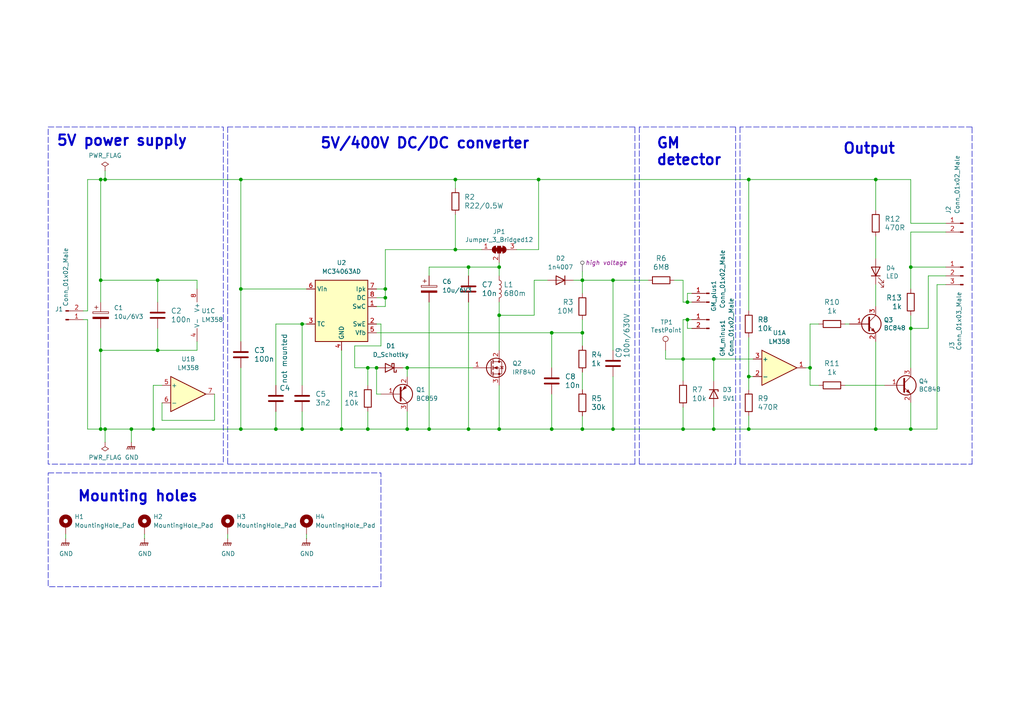
<source format=kicad_sch>
(kicad_sch (version 20231120) (generator "eeschema") (generator_version "8.0")
  (paper "A4")
  (lib_symbols
    (symbol "Amplifier_Operational:LM358" (pin_names (offset 0.127))
      (property "Reference" "U" (at 0 5.08 0))
      (property "Value" "LM358" (at 0 -5.08 0))
      (symbol "LM358_1_1"
        (polyline (pts (xy -5.08 5.08) (xy 5.08 0) (xy -5.08 -5.08) (xy -5.08 5.08)) (stroke (width 0.254)) (fill (type background)))
        (pin output line (at 7.62 0 180) (length 2.54) (name "~") (number "1"))
        (pin input line (at -7.62 -2.54 0) (length 2.54) (name "-") (number "2"))
        (pin input line (at -7.62 2.54 0) (length 2.54) (name "+") (number "3"))
      )
      (symbol "LM358_2_1"
        (polyline (pts (xy -5.08 5.08) (xy 5.08 0) (xy -5.08 -5.08) (xy -5.08 5.08)) (stroke (width 0.254)) (fill (type background)))
        (pin input line (at -7.62 2.54 0) (length 2.54) (name "+") (number "5"))
        (pin input line (at -7.62 -2.54 0) (length 2.54) (name "-") (number "6"))
        (pin output line (at 7.62 0 180) (length 2.54) (name "~") (number "7"))
      )
      (symbol "LM358_3_1"
        (pin power_in line (at -2.54 -7.62 90) (length 3.81) (name "V-") (number "4"))
        (pin power_in line (at -2.54 7.62 270) (length 3.81) (name "V+") (number "8"))
      )
    )
    (symbol "Connector:Conn_01x02_Pin" (pin_names (offset 1.016) hide)
      (property "Reference" "J" (at 0 2.54 0))
      (property "Value" "Conn_01x02_Pin" (at 0 -5.08 0))
      (symbol "Conn_01x02_Pin_1_1"
        (polyline (pts (xy 1.27 -2.54) (xy 0.8636 -2.54)) (stroke (width 0.1524)))
        (polyline (pts (xy 1.27 0) (xy 0.8636 0)) (stroke (width 0.1524)))
        (rectangle (start 0.8636 -2.413) (end 0 -2.667) (stroke (width 0.1524)) (fill (type outline)))
        (rectangle (start 0.8636 0.127) (end 0 -0.127) (stroke (width 0.1524)) (fill (type outline)))
        (pin passive line (at 5.08 0 180) (length 3.81) (name "Pin_1") (number "1"))
        (pin passive line (at 5.08 -2.54 180) (length 3.81) (name "Pin_2") (number "2"))
      )
    )
    (symbol "Connector:Conn_01x03_Pin" (pin_names (offset 1.016) hide)
      (property "Reference" "J" (at 0 5.08 0))
      (property "Value" "Conn_01x03_Pin" (at 0 -5.08 0))
      (symbol "Conn_01x03_Pin_1_1"
        (polyline (pts (xy 1.27 -2.54) (xy 0.8636 -2.54)) (stroke (width 0.1524)))
        (polyline (pts (xy 1.27 0) (xy 0.8636 0)) (stroke (width 0.1524)))
        (polyline (pts (xy 1.27 2.54) (xy 0.8636 2.54)) (stroke (width 0.1524)))
        (rectangle (start 0.8636 -2.413) (end 0 -2.667) (stroke (width 0.1524)) (fill (type outline)))
        (rectangle (start 0.8636 0.127) (end 0 -0.127) (stroke (width 0.1524)) (fill (type outline)))
        (rectangle (start 0.8636 2.667) (end 0 2.413) (stroke (width 0.1524)) (fill (type outline)))
        (pin passive line (at 5.08 2.54 180) (length 3.81) (name "Pin_1") (number "1"))
        (pin passive line (at 5.08 0 180) (length 3.81) (name "Pin_2") (number "2"))
        (pin passive line (at 5.08 -2.54 180) (length 3.81) (name "Pin_3") (number "3"))
      )
    )
    (symbol "Connector:TestPoint" (pin_numbers hide) (pin_names (offset 0.762) hide)
      (property "Reference" "TP" (at 0 6.858 0))
      (property "Value" "TestPoint" (at 0 5.08 0))
      (symbol "TestPoint_0_1"
        (circle (center 0 3.302) (radius 0.762))
      )
      (symbol "TestPoint_1_1"
        (pin passive line (at 0 0 90) (length 2.54) (name "1") (number "1"))
      )
    )
    (symbol "Device:C" (pin_numbers hide) (pin_names (offset 0.254))
      (property "Reference" "C" (at 0.635 2.54 0))
      (property "Value" "C" (at 0.635 -2.54 0))
      (symbol "C_0_1"
        (polyline (pts (xy -2.032 -0.762) (xy 2.032 -0.762)) (stroke (width 0.508)))
        (polyline (pts (xy -2.032 0.762) (xy 2.032 0.762)) (stroke (width 0.508)))
      )
      (symbol "C_1_1"
        (pin passive line (at 0 3.81 270) (length 2.794) (name "~") (number "1"))
        (pin passive line (at 0 -3.81 90) (length 2.794) (name "~") (number "2"))
      )
    )
    (symbol "Device:C_Polarized" (pin_numbers hide) (pin_names (offset 0.254))
      (property "Reference" "C" (at 0.635 2.54 0))
      (property "Value" "C_Polarized" (at 0.635 -2.54 0))
      (symbol "C_Polarized_0_1"
        (rectangle (start -2.286 0.508) (end 2.286 1.016))
        (polyline (pts (xy -1.778 2.286) (xy -0.762 2.286)))
        (polyline (pts (xy -1.27 2.794) (xy -1.27 1.778)))
        (rectangle (start 2.286 -0.508) (end -2.286 -1.016) (fill (type outline)))
      )
      (symbol "C_Polarized_1_1"
        (pin passive line (at 0 3.81 270) (length 2.794) (name "~") (number "1"))
        (pin passive line (at 0 -3.81 90) (length 2.794) (name "~") (number "2"))
      )
    )
    (symbol "Device:D" (pin_numbers hide) (pin_names (offset 1.016) hide)
      (property "Reference" "D" (at 0 2.54 0))
      (property "Value" "D" (at 0 -2.54 0))
      (symbol "D_0_1"
        (polyline (pts (xy -1.27 1.27) (xy -1.27 -1.27)) (stroke (width 0.254)))
        (polyline (pts (xy 1.27 0) (xy -1.27 0)))
        (polyline (pts (xy 1.27 1.27) (xy 1.27 -1.27) (xy -1.27 0) (xy 1.27 1.27)) (stroke (width 0.254)))
      )
      (symbol "D_1_1"
        (pin passive line (at -3.81 0 0) (length 2.54) (name "K") (number "1"))
        (pin passive line (at 3.81 0 180) (length 2.54) (name "A") (number "2"))
      )
    )
    (symbol "Device:D_Schottky" (pin_numbers hide) (pin_names (offset 1.016) hide)
      (property "Reference" "D" (at 0 2.54 0))
      (property "Value" "D_Schottky" (at 0 -2.54 0))
      (symbol "D_Schottky_0_1"
        (polyline (pts (xy 1.27 0) (xy -1.27 0)))
        (polyline (pts (xy 1.27 1.27) (xy 1.27 -1.27) (xy -1.27 0) (xy 1.27 1.27)) (stroke (width 0.254)))
        (polyline (pts (xy -1.905 0.635) (xy -1.905 1.27) (xy -1.27 1.27) (xy -1.27 -1.27) (xy -0.635 -1.27) (xy -0.635 -0.635)) (stroke (width 0.254)))
      )
      (symbol "D_Schottky_1_1"
        (pin passive line (at -3.81 0 0) (length 2.54) (name "K") (number "1"))
        (pin passive line (at 3.81 0 180) (length 2.54) (name "A") (number "2"))
      )
    )
    (symbol "Device:D_Zener" (pin_numbers hide) (pin_names (offset 1.016) hide)
      (property "Reference" "D" (at 0 2.54 0))
      (property "Value" "D_Zener" (at 0 -2.54 0))
      (symbol "D_Zener_0_1"
        (polyline (pts (xy 1.27 0) (xy -1.27 0)))
        (polyline (pts (xy -1.27 -1.27) (xy -1.27 1.27) (xy -0.762 1.27)) (stroke (width 0.254)))
        (polyline (pts (xy 1.27 -1.27) (xy 1.27 1.27) (xy -1.27 0) (xy 1.27 -1.27)) (stroke (width 0.254)))
      )
      (symbol "D_Zener_1_1"
        (pin passive line (at -3.81 0 0) (length 2.54) (name "K") (number "1"))
        (pin passive line (at 3.81 0 180) (length 2.54) (name "A") (number "2"))
      )
    )
    (symbol "Device:L" (pin_numbers hide) (pin_names (offset 1.016) hide)
      (property "Reference" "L" (at -1.27 0 90))
      (property "Value" "L" (at 1.905 0 90))
      (symbol "L_0_1"
        (arc (start 0 -2.54) (mid 0.6323 -1.905) (end 0 -1.27))
        (arc (start 0 -1.27) (mid 0.6323 -0.635) (end 0 0))
        (arc (start 0 0) (mid 0.6323 0.635) (end 0 1.27))
        (arc (start 0 1.27) (mid 0.6323 1.905) (end 0 2.54))
      )
      (symbol "L_1_1"
        (pin passive line (at 0 3.81 270) (length 1.27) (name "1") (number "1"))
        (pin passive line (at 0 -3.81 90) (length 1.27) (name "2") (number "2"))
      )
    )
    (symbol "Device:LED" (pin_numbers hide) (pin_names (offset 1.016) hide)
      (property "Reference" "D" (at 0 2.54 0))
      (property "Value" "LED" (at 0 -2.54 0))
      (symbol "LED_0_1"
        (polyline (pts (xy -1.27 -1.27) (xy -1.27 1.27)) (stroke (width 0.254)))
        (polyline (pts (xy -1.27 0) (xy 1.27 0)))
        (polyline (pts (xy 1.27 -1.27) (xy 1.27 1.27) (xy -1.27 0) (xy 1.27 -1.27)) (stroke (width 0.254)))
        (polyline (pts (xy -3.048 -0.762) (xy -4.572 -2.286) (xy -3.81 -2.286) (xy -4.572 -2.286) (xy -4.572 -1.524)))
        (polyline (pts (xy -1.778 -0.762) (xy -3.302 -2.286) (xy -2.54 -2.286) (xy -3.302 -2.286) (xy -3.302 -1.524)))
      )
      (symbol "LED_1_1"
        (pin passive line (at -3.81 0 0) (length 2.54) (name "K") (number "1"))
        (pin passive line (at 3.81 0 180) (length 2.54) (name "A") (number "2"))
      )
    )
    (symbol "Device:Q_NMOS_GDS" (pin_names (offset 0) hide)
      (property "Reference" "Q" (at 5.08 1.27 0))
      (property "Value" "Q_NMOS_GDS" (at 5.08 -1.27 0))
      (symbol "Q_NMOS_GDS_0_1"
        (polyline (pts (xy 0.254 0) (xy -2.54 0)))
        (polyline (pts (xy 0.254 1.905) (xy 0.254 -1.905)) (stroke (width 0.254)))
        (polyline (pts (xy 0.762 -1.27) (xy 0.762 -2.286)) (stroke (width 0.254)))
        (polyline (pts (xy 0.762 0.508) (xy 0.762 -0.508)) (stroke (width 0.254)))
        (polyline (pts (xy 0.762 2.286) (xy 0.762 1.27)) (stroke (width 0.254)))
        (polyline (pts (xy 2.54 2.54) (xy 2.54 1.778)))
        (polyline (pts (xy 2.54 -2.54) (xy 2.54 0) (xy 0.762 0)))
        (polyline (pts (xy 0.762 -1.778) (xy 3.302 -1.778) (xy 3.302 1.778) (xy 0.762 1.778)))
        (polyline (pts (xy 1.016 0) (xy 2.032 0.381) (xy 2.032 -0.381) (xy 1.016 0)) (fill (type outline)))
        (polyline (pts (xy 2.794 0.508) (xy 2.921 0.381) (xy 3.683 0.381) (xy 3.81 0.254)))
        (polyline (pts (xy 3.302 0.381) (xy 2.921 -0.254) (xy 3.683 -0.254) (xy 3.302 0.381)))
        (circle (center 1.651 0) (radius 2.794) (stroke (width 0.254)))
        (circle (center 2.54 -1.778) (radius 0.254) (fill (type outline)))
        (circle (center 2.54 1.778) (radius 0.254) (fill (type outline)))
      )
      (symbol "Q_NMOS_GDS_1_1"
        (pin input line (at -5.08 0 0) (length 2.54) (name "G") (number "1"))
        (pin passive line (at 2.54 5.08 270) (length 2.54) (name "D") (number "2"))
        (pin passive line (at 2.54 -5.08 90) (length 2.54) (name "S") (number "3"))
      )
    )
    (symbol "Device:R" (pin_numbers hide) (pin_names (offset 0))
      (property "Reference" "R" (at 2.032 0 90))
      (property "Value" "R" (at 0 0 90))
      (symbol "R_0_1"
        (rectangle (start -1.016 -2.54) (end 1.016 2.54) (stroke (width 0.254)))
      )
      (symbol "R_1_1"
        (pin passive line (at 0 3.81 270) (length 1.27) (name "~") (number "1"))
        (pin passive line (at 0 -3.81 90) (length 1.27) (name "~") (number "2"))
      )
    )
    (symbol "Jumper:SolderJumper_3_Bridged123" (pin_names (offset 0) hide) (exclude_from_sim yes) (in_bom no)
      (property "Reference" "JP" (at -2.54 -2.54 0))
      (property "Value" "SolderJumper_3_Bridged123" (at 0 2.794 0))
      (symbol "SolderJumper_3_Bridged123_0_1"
        (rectangle (start -1.016 0.508) (end -0.508 -0.508) (fill (type outline)))
        (arc (start -1.016 1.016) (mid -2.0276 0) (end -1.016 -1.016))
        (arc (start -1.016 1.016) (mid -2.0276 0) (end -1.016 -1.016) (fill (type outline)))
        (rectangle (start -0.508 1.016) (end 0.508 -1.016) (fill (type outline)))
        (polyline (pts (xy -2.54 0) (xy -2.032 0)))
        (polyline (pts (xy -1.016 1.016) (xy -1.016 -1.016)))
        (polyline (pts (xy 0 -1.27) (xy 0 -1.016)))
        (polyline (pts (xy 1.016 1.016) (xy 1.016 -1.016)))
        (polyline (pts (xy 2.54 0) (xy 2.032 0)))
        (rectangle (start 0.508 0.508) (end 1.016 -0.508) (fill (type outline)))
        (arc (start 1.016 -1.016) (mid 2.0276 0) (end 1.016 1.016))
        (arc (start 1.016 -1.016) (mid 2.0276 0) (end 1.016 1.016) (fill (type outline)))
      )
      (symbol "SolderJumper_3_Bridged123_1_1"
        (pin passive line (at -5.08 0 0) (length 2.54) (name "A") (number "1"))
        (pin passive line (at 0 -3.81 90) (length 2.54) (name "C") (number "2"))
        (pin passive line (at 5.08 0 180) (length 2.54) (name "B") (number "3"))
      )
    )
    (symbol "Mechanical:MountingHole_Pad" (pin_numbers hide) (pin_names (offset 1.016) hide) (exclude_from_sim yes) (in_bom no)
      (property "Reference" "H" (at 0 6.35 0))
      (property "Value" "MountingHole_Pad" (at 0 4.445 0))
      (symbol "MountingHole_Pad_0_1"
        (circle (center 0 1.27) (radius 1.27) (stroke (width 1.27)))
      )
      (symbol "MountingHole_Pad_1_1"
        (pin input line (at 0 -2.54 90) (length 2.54) (name "1") (number "1"))
      )
    )
    (symbol "Regulator_Switching:MC34063AD"
      (property "Reference" "U" (at -7.62 8.89 0))
      (property "Value" "MC34063AD" (at 0 8.89 0))
      (symbol "MC34063AD_0_1"
        (rectangle (start -7.62 7.62) (end 7.62 -10.16) (stroke (width 0.254)) (fill (type background)))
      )
      (symbol "MC34063AD_1_1"
        (pin open_collector line (at 10.16 0 180) (length 2.54) (name "SwC") (number "1"))
        (pin open_emitter line (at 10.16 -5.08 180) (length 2.54) (name "SwE") (number "2"))
        (pin passive line (at -10.16 -5.08 0) (length 2.54) (name "TC") (number "3"))
        (pin power_in line (at 0 -12.7 90) (length 2.54) (name "GND") (number "4"))
        (pin input line (at 10.16 -7.62 180) (length 2.54) (name "Vfb") (number "5"))
        (pin power_in line (at -10.16 5.08 0) (length 2.54) (name "Vin") (number "6"))
        (pin input line (at 10.16 5.08 180) (length 2.54) (name "Ipk") (number "7"))
        (pin open_collector line (at 10.16 2.54 180) (length 2.54) (name "DC") (number "8"))
      )
    )
    (symbol "Transistor_BJT:BC848" (pin_names (offset 0) hide)
      (property "Reference" "Q" (at 5.08 1.905 0))
      (property "Value" "BC848" (at 5.08 0 0))
      (symbol "BC848_0_1"
        (polyline (pts (xy 0.635 0.635) (xy 2.54 2.54)))
        (polyline (pts (xy 0.635 -0.635) (xy 2.54 -2.54) (xy 2.54 -2.54)))
        (polyline (pts (xy 0.635 1.905) (xy 0.635 -1.905) (xy 0.635 -1.905)) (stroke (width 0.508)))
        (polyline (pts (xy 1.27 -1.778) (xy 1.778 -1.27) (xy 2.286 -2.286) (xy 1.27 -1.778) (xy 1.27 -1.778)) (fill (type outline)))
        (circle (center 1.27 0) (radius 2.8194) (stroke (width 0.254)))
      )
      (symbol "BC848_1_1"
        (pin input line (at -5.08 0 0) (length 5.715) (name "B") (number "1"))
        (pin passive line (at 2.54 -5.08 90) (length 2.54) (name "E") (number "2"))
        (pin passive line (at 2.54 5.08 270) (length 2.54) (name "C") (number "3"))
      )
    )
    (symbol "Transistor_BJT:BC859" (pin_names (offset 0) hide)
      (property "Reference" "Q" (at 5.08 1.905 0))
      (property "Value" "BC859" (at 5.08 0 0))
      (symbol "BC859_0_1"
        (polyline (pts (xy 0.635 0.635) (xy 2.54 2.54)))
        (polyline (pts (xy 0.635 -0.635) (xy 2.54 -2.54) (xy 2.54 -2.54)))
        (polyline (pts (xy 0.635 1.905) (xy 0.635 -1.905) (xy 0.635 -1.905)) (stroke (width 0.508)))
        (polyline (pts (xy 2.286 -1.778) (xy 1.778 -2.286) (xy 1.27 -1.27) (xy 2.286 -1.778) (xy 2.286 -1.778)) (fill (type outline)))
        (circle (center 1.27 0) (radius 2.8194) (stroke (width 0.254)))
      )
      (symbol "BC859_1_1"
        (pin input line (at -5.08 0 0) (length 5.715) (name "B") (number "1"))
        (pin passive line (at 2.54 -5.08 90) (length 2.54) (name "E") (number "2"))
        (pin passive line (at 2.54 5.08 270) (length 2.54) (name "C") (number "3"))
      )
    )
    (symbol "power:GNDPWR" (power) (pin_numbers hide) (pin_names (offset 0) hide)
      (property "Value" "GNDPWR" (at 0 -3.302 0))
      (symbol "GNDPWR_0_1"
        (polyline (pts (xy 0 -1.27) (xy 0 0)))
        (polyline (pts (xy -1.016 -1.27) (xy -1.27 -2.032) (xy -1.27 -2.032)) (stroke (width 0.2032)))
        (polyline (pts (xy -0.508 -1.27) (xy -0.762 -2.032) (xy -0.762 -2.032)) (stroke (width 0.2032)))
        (polyline (pts (xy 0 -1.27) (xy -0.254 -2.032) (xy -0.254 -2.032)) (stroke (width 0.2032)))
        (polyline (pts (xy 0.508 -1.27) (xy 0.254 -2.032) (xy 0.254 -2.032)) (stroke (width 0.2032)))
        (polyline (pts (xy 1.016 -1.27) (xy -1.016 -1.27) (xy -1.016 -1.27)) (stroke (width 0.2032)))
        (polyline (pts (xy 1.016 -1.27) (xy 0.762 -2.032) (xy 0.762 -2.032) (xy 0.762 -2.032)) (stroke (width 0.2032)))
      )
      (symbol "GNDPWR_1_1"
        (pin power_in line (at 0 0 270) (length 0) (name "~") (number "1"))
      )
    )
    (symbol "power:PWR_FLAG" (power) (pin_numbers hide) (pin_names (offset 0) hide)
      (property "Value" "PWR_FLAG" (at 0 3.81 0))
      (symbol "PWR_FLAG_0_0"
        (pin power_out line (at 0 0 90) (length 0) (name "~") (number "1"))
      )
      (symbol "PWR_FLAG_0_1"
        (polyline (pts (xy 0 0) (xy 0 1.27) (xy -1.016 1.905) (xy 0 2.54) (xy 1.016 1.905) (xy 0 1.27)))
      )
    )
  )
  (junction (at 29.21 52.07))
  (junction (at 217.17 109.22))
  (junction (at 99.06 124.46))
  (junction (at 234.95 106.68))
  (junction (at 207.01 104.14))
  (junction (at 45.72 81.28))
  (junction (at 132.08 72.39))
  (junction (at 106.68 124.46))
  (junction (at 87.63 124.46))
  (junction (at 38.1 124.46))
  (junction (at 198.12 104.14))
  (junction (at 135.89 77.47))
  (junction (at 217.17 52.07))
  (junction (at 106.68 106.68))
  (junction (at 156.21 52.07))
  (junction (at 264.16 77.47))
  (junction (at 45.72 101.6))
  (junction (at 264.16 95.25))
  (junction (at 69.85 124.46))
  (junction (at 254 52.07))
  (junction (at 80.01 124.46))
  (junction (at 29.21 124.46))
  (junction (at 118.11 106.68))
  (junction (at 168.91 96.52))
  (junction (at 69.85 52.07))
  (junction (at 30.48 124.46))
  (junction (at 135.89 124.46))
  (junction (at 69.85 83.82))
  (junction (at 168.91 81.28))
  (junction (at 264.16 124.46))
  (junction (at 217.17 124.46))
  (junction (at 207.01 124.46))
  (junction (at 124.46 124.46))
  (junction (at 44.45 124.46))
  (junction (at 109.22 106.68))
  (junction (at 144.78 77.47))
  (junction (at 254 124.46))
  (junction (at 144.78 124.46))
  (junction (at 144.78 91.44))
  (junction (at 160.02 124.46))
  (junction (at 87.63 93.98))
  (junction (at 111.76 86.36))
  (junction (at 177.8 81.28))
  (junction (at 168.91 124.46))
  (junction (at 199.39 92.71))
  (junction (at 29.21 101.6))
  (junction (at 199.39 87.63))
  (junction (at 30.48 52.07))
  (junction (at 111.76 83.82))
  (junction (at 160.02 96.52))
  (junction (at 132.08 52.07))
  (junction (at 177.8 124.46))
  (junction (at 198.12 124.46))
  (junction (at 118.11 124.46))
  (junction (at 29.21 81.28))
  (wire (pts (xy 193.04 101.6) (xy 193.04 104.14)))
  (wire (pts (xy 156.21 52.07) (xy 217.17 52.07)))
  (wire (pts (xy 29.21 52.07) (xy 30.48 52.07)))
  (wire (pts (xy 245.11 93.98) (xy 246.38 93.98)))
  (wire (pts (xy 118.11 106.68) (xy 137.16 106.68)))
  (wire (pts (xy 111.76 72.39) (xy 132.08 72.39)))
  (wire (pts (xy 200.66 85.09) (xy 199.39 85.09)))
  (wire (pts (xy 111.76 88.9) (xy 111.76 86.36)))
  (wire (pts (xy 25.4 92.71) (xy 25.4 124.46)))
  (wire (pts (xy 144.78 91.44) (xy 154.94 91.44)))
  (wire (pts (xy 111.76 83.82) (xy 111.76 86.36)))
  (polyline (pts (xy 66.04 36.83) (xy 66.04 134.62)) (stroke (width 0) (type dash)))
  (wire (pts (xy 207.01 124.46) (xy 217.17 124.46)))
  (wire (pts (xy 25.4 92.71) (xy 24.13 92.71)))
  (wire (pts (xy 177.8 101.6) (xy 177.8 81.28)))
  (wire (pts (xy 274.32 67.31) (xy 264.16 67.31)))
  (wire (pts (xy 264.16 116.84) (xy 264.16 124.46)))
  (wire (pts (xy 218.44 109.22) (xy 217.17 109.22)))
  (wire (pts (xy 109.22 96.52) (xy 160.02 96.52)))
  (polyline (pts (xy 66.04 134.62) (xy 184.15 134.62)) (stroke (width 0) (type dash)))
  (wire (pts (xy 144.78 111.76) (xy 144.78 124.46)))
  (wire (pts (xy 156.21 52.07) (xy 156.21 72.39)))
  (wire (pts (xy 160.02 124.46) (xy 168.91 124.46)))
  (polyline (pts (xy 184.15 134.62) (xy 184.15 36.83)) (stroke (width 0) (type dash)))
  (wire (pts (xy 207.01 104.14) (xy 218.44 104.14)))
  (wire (pts (xy 45.72 81.28) (xy 57.15 81.28)))
  (wire (pts (xy 207.01 118.11) (xy 207.01 124.46)))
  (wire (pts (xy 25.4 52.07) (xy 29.21 52.07)))
  (wire (pts (xy 69.85 83.82) (xy 69.85 99.06)))
  (wire (pts (xy 25.4 90.17) (xy 24.13 90.17)))
  (wire (pts (xy 144.78 124.46) (xy 160.02 124.46)))
  (wire (pts (xy 66.04 154.94) (xy 66.04 156.21)))
  (wire (pts (xy 29.21 101.6) (xy 29.21 124.46)))
  (wire (pts (xy 193.04 104.14) (xy 198.12 104.14)))
  (wire (pts (xy 57.15 99.06) (xy 57.15 101.6)))
  (wire (pts (xy 264.16 95.25) (xy 264.16 106.68)))
  (wire (pts (xy 198.12 104.14) (xy 198.12 110.49)))
  (wire (pts (xy 198.12 124.46) (xy 177.8 124.46)))
  (polyline (pts (xy 185.42 134.62) (xy 213.36 134.62)) (stroke (width 0) (type dash)))
  (polyline (pts (xy 185.42 36.83) (xy 185.42 134.62)) (stroke (width 0) (type dash)))
  (wire (pts (xy 25.4 52.07) (xy 25.4 90.17)))
  (wire (pts (xy 199.39 95.25) (xy 199.39 92.71)))
  (wire (pts (xy 99.06 124.46) (xy 106.68 124.46)))
  (wire (pts (xy 254 68.58) (xy 254 74.93)))
  (wire (pts (xy 132.08 52.07) (xy 132.08 54.61)))
  (wire (pts (xy 177.8 109.22) (xy 177.8 124.46)))
  (wire (pts (xy 245.11 111.76) (xy 256.54 111.76)))
  (wire (pts (xy 69.85 52.07) (xy 69.85 83.82)))
  (wire (pts (xy 29.21 81.28) (xy 29.21 87.63)))
  (wire (pts (xy 200.66 95.25) (xy 199.39 95.25)))
  (wire (pts (xy 124.46 124.46) (xy 135.89 124.46)))
  (wire (pts (xy 118.11 124.46) (xy 124.46 124.46)))
  (wire (pts (xy 30.48 128.27) (xy 30.48 124.46)))
  (wire (pts (xy 38.1 128.27) (xy 38.1 124.46)))
  (polyline (pts (xy 214.63 134.62) (xy 281.94 134.62)) (stroke (width 0) (type dash)))
  (wire (pts (xy 87.63 124.46) (xy 99.06 124.46)))
  (wire (pts (xy 30.48 52.07) (xy 69.85 52.07)))
  (wire (pts (xy 87.63 93.98) (xy 88.9 93.98)))
  (wire (pts (xy 135.89 77.47) (xy 144.78 77.47)))
  (wire (pts (xy 160.02 106.68) (xy 160.02 96.52)))
  (wire (pts (xy 144.78 77.47) (xy 144.78 80.01)))
  (wire (pts (xy 88.9 154.94) (xy 88.9 156.21)))
  (wire (pts (xy 99.06 101.6) (xy 99.06 124.46)))
  (wire (pts (xy 29.21 52.07) (xy 29.21 81.28)))
  (wire (pts (xy 38.1 124.46) (xy 44.45 124.46)))
  (wire (pts (xy 160.02 114.3) (xy 160.02 124.46)))
  (wire (pts (xy 87.63 119.38) (xy 87.63 124.46)))
  (wire (pts (xy 41.91 154.94) (xy 41.91 156.21)))
  (wire (pts (xy 102.87 106.68) (xy 106.68 106.68)))
  (wire (pts (xy 168.91 81.28) (xy 177.8 81.28)))
  (wire (pts (xy 264.16 124.46) (xy 254 124.46)))
  (wire (pts (xy 217.17 120.65) (xy 217.17 124.46)))
  (wire (pts (xy 274.32 82.55) (xy 271.78 82.55)))
  (wire (pts (xy 57.15 81.28) (xy 57.15 83.82)))
  (wire (pts (xy 44.45 124.46) (xy 69.85 124.46)))
  (wire (pts (xy 217.17 52.07) (xy 217.17 90.17)))
  (wire (pts (xy 274.32 64.77) (xy 264.16 64.77)))
  (polyline (pts (xy 281.94 134.62) (xy 281.94 36.83)) (stroke (width 0) (type dash)))
  (wire (pts (xy 111.76 83.82) (xy 109.22 83.82)))
  (wire (pts (xy 132.08 62.23) (xy 132.08 72.39)))
  (wire (pts (xy 234.95 106.68) (xy 234.95 93.98)))
  (wire (pts (xy 88.9 83.82) (xy 69.85 83.82)))
  (wire (pts (xy 80.01 124.46) (xy 80.01 119.38)))
  (wire (pts (xy 80.01 93.98) (xy 87.63 93.98)))
  (wire (pts (xy 46.99 121.92) (xy 62.23 121.92)))
  (wire (pts (xy 168.91 107.95) (xy 168.91 113.03)))
  (wire (pts (xy 168.91 124.46) (xy 177.8 124.46)))
  (wire (pts (xy 110.49 93.98) (xy 110.49 100.33)))
  (wire (pts (xy 109.22 114.3) (xy 110.49 114.3)))
  (wire (pts (xy 207.01 110.49) (xy 207.01 104.14)))
  (wire (pts (xy 217.17 52.07) (xy 254 52.07)))
  (wire (pts (xy 69.85 106.68) (xy 69.85 124.46)))
  (wire (pts (xy 198.12 124.46) (xy 207.01 124.46)))
  (wire (pts (xy 109.22 88.9) (xy 111.76 88.9)))
  (wire (pts (xy 160.02 96.52) (xy 168.91 96.52)))
  (wire (pts (xy 30.48 49.53) (xy 30.48 52.07)))
  (wire (pts (xy 198.12 87.63) (xy 199.39 87.63)))
  (wire (pts (xy 158.75 81.28) (xy 154.94 81.28)))
  (wire (pts (xy 135.89 80.01) (xy 135.89 77.47)))
  (wire (pts (xy 198.12 118.11) (xy 198.12 124.46)))
  (wire (pts (xy 111.76 83.82) (xy 111.76 72.39)))
  (polyline (pts (xy 214.63 36.83) (xy 214.63 134.62)) (stroke (width 0) (type dash)))
  (wire (pts (xy 46.99 111.76) (xy 44.45 111.76)))
  (wire (pts (xy 254 88.9) (xy 254 82.55)))
  (wire (pts (xy 274.32 80.01) (xy 269.24 80.01)))
  (wire (pts (xy 46.99 116.84) (xy 46.99 121.92)))
  (wire (pts (xy 111.76 86.36) (xy 109.22 86.36)))
  (wire (pts (xy 102.87 100.33) (xy 102.87 106.68)))
  (wire (pts (xy 233.68 106.68) (xy 234.95 106.68)))
  (wire (pts (xy 45.72 95.25) (xy 45.72 101.6)))
  (wire (pts (xy 234.95 111.76) (xy 234.95 106.68)))
  (wire (pts (xy 264.16 67.31) (xy 264.16 77.47)))
  (wire (pts (xy 144.78 77.47) (xy 144.78 76.2)))
  (wire (pts (xy 217.17 124.46) (xy 254 124.46)))
  (wire (pts (xy 109.22 93.98) (xy 110.49 93.98)))
  (wire (pts (xy 62.23 121.92) (xy 62.23 114.3)))
  (wire (pts (xy 234.95 93.98) (xy 237.49 93.98)))
  (wire (pts (xy 106.68 119.38) (xy 106.68 124.46)))
  (wire (pts (xy 29.21 95.25) (xy 29.21 101.6)))
  (wire (pts (xy 198.12 81.28) (xy 198.12 87.63)))
  (wire (pts (xy 80.01 124.46) (xy 87.63 124.46)))
  (wire (pts (xy 264.16 77.47) (xy 274.32 77.47)))
  (wire (pts (xy 271.78 124.46) (xy 264.16 124.46)))
  (wire (pts (xy 80.01 93.98) (xy 80.01 111.76)))
  (wire (pts (xy 264.16 52.07) (xy 264.16 64.77)))
  (wire (pts (xy 149.86 72.39) (xy 156.21 72.39)))
  (wire (pts (xy 29.21 101.6) (xy 45.72 101.6)))
  (wire (pts (xy 118.11 119.38) (xy 118.11 124.46)))
  (wire (pts (xy 30.48 124.46) (xy 38.1 124.46)))
  (wire (pts (xy 254 124.46) (xy 254 99.06)))
  (wire (pts (xy 132.08 52.07) (xy 156.21 52.07)))
  (polyline (pts (xy 213.36 134.62) (xy 213.36 36.83)) (stroke (width 0) (type dash)))
  (wire (pts (xy 45.72 81.28) (xy 45.72 87.63)))
  (wire (pts (xy 168.91 96.52) (xy 168.91 100.33)))
  (wire (pts (xy 254 52.07) (xy 264.16 52.07)))
  (wire (pts (xy 195.58 81.28) (xy 198.12 81.28)))
  (wire (pts (xy 177.8 81.28) (xy 187.96 81.28)))
  (wire (pts (xy 118.11 109.22) (xy 118.11 106.68)))
  (wire (pts (xy 110.49 100.33) (xy 102.87 100.33)))
  (wire (pts (xy 106.68 124.46) (xy 118.11 124.46)))
  (wire (pts (xy 168.91 81.28) (xy 168.91 85.09)))
  (wire (pts (xy 269.24 80.01) (xy 269.24 95.25)))
  (wire (pts (xy 116.84 106.68) (xy 118.11 106.68)))
  (wire (pts (xy 25.4 124.46) (xy 29.21 124.46)))
  (polyline (pts (xy 281.94 36.83) (xy 214.63 36.83)) (stroke (width 0) (type dash)))
  (wire (pts (xy 69.85 124.46) (xy 80.01 124.46)))
  (wire (pts (xy 154.94 81.28) (xy 154.94 91.44)))
  (wire (pts (xy 168.91 92.71) (xy 168.91 96.52)))
  (wire (pts (xy 217.17 109.22) (xy 217.17 113.03)))
  (wire (pts (xy 135.89 87.63) (xy 135.89 124.46)))
  (wire (pts (xy 29.21 124.46) (xy 30.48 124.46)))
  (wire (pts (xy 44.45 111.76) (xy 44.45 124.46)))
  (wire (pts (xy 198.12 92.71) (xy 198.12 104.14)))
  (wire (pts (xy 271.78 82.55) (xy 271.78 124.46)))
  (wire (pts (xy 106.68 106.68) (xy 109.22 106.68)))
  (wire (pts (xy 45.72 101.6) (xy 57.15 101.6)))
  (wire (pts (xy 124.46 77.47) (xy 135.89 77.47)))
  (wire (pts (xy 198.12 104.14) (xy 207.01 104.14)))
  (wire (pts (xy 19.05 154.94) (xy 19.05 156.21)))
  (wire (pts (xy 87.63 93.98) (xy 87.63 111.76)))
  (wire (pts (xy 199.39 85.09) (xy 199.39 87.63)))
  (wire (pts (xy 234.95 111.76) (xy 237.49 111.76)))
  (polyline (pts (xy 184.15 36.83) (xy 66.04 36.83)) (stroke (width 0) (type dash)))
  (wire (pts (xy 106.68 106.68) (xy 106.68 111.76)))
  (wire (pts (xy 269.24 95.25) (xy 264.16 95.25)))
  (wire (pts (xy 200.66 92.71) (xy 199.39 92.71)))
  (wire (pts (xy 135.89 124.46) (xy 144.78 124.46)))
  (wire (pts (xy 124.46 87.63) (xy 124.46 124.46)))
  (wire (pts (xy 264.16 77.47) (xy 264.16 83.82)))
  (wire (pts (xy 124.46 77.47) (xy 124.46 80.01)))
  (polyline (pts (xy 213.36 36.83) (xy 185.42 36.83)) (stroke (width 0) (type dash)))
  (wire (pts (xy 168.91 120.65) (xy 168.91 124.46)))
  (wire (pts (xy 199.39 92.71) (xy 198.12 92.71)))
  (wire (pts (xy 69.85 52.07) (xy 132.08 52.07)))
  (wire (pts (xy 199.39 87.63) (xy 200.66 87.63)))
  (wire (pts (xy 264.16 91.44) (xy 264.16 95.25)))
  (wire (pts (xy 144.78 91.44) (xy 144.78 101.6)))
  (wire (pts (xy 217.17 97.79) (xy 217.17 109.22)))
  (wire (pts (xy 109.22 106.68) (xy 109.22 114.3)))
  (wire (pts (xy 168.91 78.74) (xy 168.91 81.28)))
  (wire (pts (xy 254 52.07) (xy 254 60.96)))
  (wire (pts (xy 166.37 81.28) (xy 168.91 81.28)))
  (wire (pts (xy 132.08 72.39) (xy 139.7 72.39)))
  (wire (pts (xy 29.21 81.28) (xy 45.72 81.28)))
  (wire (pts (xy 144.78 87.63) (xy 144.78 91.44)))
  (rectangle (start 13.97 137.16) (end 110.49 170.18) (stroke (width 0) (type dash)))
  (rectangle (start 13.97 36.83) (end 64.77 134.62) (stroke (width 0) (type dash)))
  (text "Mounting holes" (at 22.352 145.796 0) (effects (font (size 3 3) (thickness 0.6) (bold yes)) (justify left bottom)))
  (text "Output" (at 244.348 44.958 0) (effects (font (size 3 3) (thickness 0.6) (bold yes)) (justify left bottom)))
  (text "5V/400V DC/DC converter" (at 92.71 43.434 0) (effects (font (size 3 3) (thickness 0.6) (bold yes)) (justify left bottom)))
  (text "GM \ndetector" (at 190.246 48.26 0) (effects (font (size 3 3) (thickness 0.6) (bold yes)) (justify left bottom)))
  (text "5V power supply" (at 16.256 42.672 0) (effects (font (size 3 3) (thickness 0.6) (bold yes)) (justify left bottom)))
  (netclass_flag "" (length 2.54) (shape round) (at 168.91 78.74 0) (property "Netclass" "high voltage" (at 169.799 76.2 0) (effects (font (italic yes)) (justify left))))
  (symbol (lib_id "Device:R") (at 254 64.77 180) (unit 1)
    (property "Reference" "R12" (at 256.54 63.4999 0) (effects (font (size 1.4986 1.4986)) (justify right)))
    (property "Value" "470R" (at 256.54 66.0399 0) (effects (font (size 1.4986 1.4986)) (justify right)))
    (property "Footprint" "Resistor_SMD:R_0805_2012Metric" (effects (hide yes)))
    (property "Description" "Resistor" (effects (hide yes)))
  )
  (symbol (lib_id "Device:C") (at 177.8 105.41 0) (unit 1)
    (property "Reference" "C9" (at 180.34 103.886 90) (effects (font (size 1.4986 1.4986)) (justify left bottom)))
    (property "Value" "100n/630V" (at 182.626 103.886 90) (effects (font (size 1.4986 1.4986)) (justify left bottom)))
    (property "Footprint" "Capacitor_THT:C_Rect_L13.5mm_W5.0mm_P10.00mm_FKS3_FKP3_MKS4" (effects (hide yes)))
    (property "Description" "Unpolarized capacitor" (effects (hide yes)))
  )
  (symbol (lib_id "Device:R") (at 217.17 93.98 180) (unit 1)
    (property "Reference" "R8" (at 219.71 92.7099 0) (effects (font (size 1.4986 1.4986)) (justify right)))
    (property "Value" "10k" (at 219.71 95.2499 0) (effects (font (size 1.4986 1.4986)) (justify right)))
    (property "Footprint" "Resistor_SMD:R_0805_2012Metric" (effects (hide yes)))
    (property "Description" "Resistor" (effects (hide yes)))
  )
  (symbol (lib_id "Device:R") (at 168.91 88.9 180) (unit 1)
    (property "Reference" "R3" (at 166.37 87.6299 0) (effects (font (size 1.4986 1.4986)) (justify left)))
    (property "Value" "10M" (at 166.37 90.1699 0) (effects (font (size 1.4986 1.4986)) (justify left)))
    (property "Footprint" "Resistor_THT:R_Axial_DIN0207_L6.3mm_D2.5mm_P5.08mm_Vertical" (effects (hide yes)))
    (property "Description" "Resistor" (effects (hide yes)))
  )
  (symbol (lib_id "Device:R") (at 264.16 87.63 180) (unit 1)
    (property "Reference" "R13" (at 261.62 86.3599 0) (effects (font (size 1.4986 1.4986)) (justify left)))
    (property "Value" "1k" (at 261.62 88.8999 0) (effects (font (size 1.4986 1.4986)) (justify left)))
    (property "Footprint" "Resistor_SMD:R_0805_2012Metric" (effects (hide yes)))
    (property "Description" "Resistor" (effects (hide yes)))
  )
  (symbol (lib_id "power:GNDPWR") (at 38.1 128.27 0) (unit 1)
    (property "Reference" "#PWR02" (effects (hide yes)))
    (property "Value" "GND" (at 38.227 132.6642 0))
    (property "Description" "Power symbol creates a global label with name \"GNDPWR\" , global ground" (effects (hide yes)))
  )
  (symbol (lib_id "Device:C_Polarized") (at 29.21 91.44 0) (unit 1)
    (property "Reference" "C1" (at 33.02 89.2809 0) (effects (justify left)))
    (property "Value" "10u/6V3" (at 33.02 91.8209 0) (effects (justify left)))
    (property "Footprint" "Capacitor_Tantalum_SMD:CP_EIA-3528-21_Kemet-B" (effects (hide yes)))
    (property "Description" "Polarized capacitor" (effects (hide yes)))
  )
  (symbol (lib_id "Device:LED") (at 254 78.74 90) (unit 1)
    (property "Reference" "D4" (at 256.9718 77.7748 90) (effects (justify right)))
    (property "Value" "LED" (at 256.9718 80.0862 90) (effects (justify right)))
    (property "Footprint" "LED_SMD:LED_0805_2012Metric" (effects (hide yes)))
  )
  (symbol (lib_id "power:PWR_FLAG") (at 30.48 49.53 0) (unit 1)
    (property "Reference" "#FLG01" (effects (hide yes)))
    (property "Value" "PWR_FLAG" (at 30.48 45.1104 0))
    (property "Description" "Special symbol for telling ERC where power comes from" (effects (hide yes)))
  )
  (symbol (lib_id "power:PWR_FLAG") (at 30.48 128.27 180) (unit 1)
    (property "Reference" "#FLG02" (effects (hide yes)))
    (property "Value" "PWR_FLAG" (at 30.48 132.6896 0))
    (property "Description" "Special symbol for telling ERC where power comes from" (effects (hide yes)))
  )
  (symbol (lib_id "Device:Q_NMOS_GDS") (at 142.24 106.68 0) (unit 1)
    (property "Reference" "Q2" (at 148.59 105.4099 0) (effects (justify left)))
    (property "Value" "IRF840" (at 148.59 107.9499 0) (effects (justify left)))
    (property "Footprint" "Package_TO_SOT_THT:TO-220-3_Vertical" (effects (hide yes)))
  )
  (symbol (lib_id "Device:D_Schottky") (at 113.03 106.68 180) (unit 1)
    (property "Reference" "D1" (at 113.3475 100.33 0))
    (property "Value" "D_Schottky" (at 113.3475 102.87 0))
    (property "Footprint" "Diodes_SMD:D_SOT-23_ANK" (effects (hide yes)))
  )
  (symbol (lib_id "Device:D") (at 162.56 81.28 180) (unit 1)
    (property "Reference" "D2" (at 162.56 74.93 0))
    (property "Value" "1n4007" (at 162.56 77.47 0))
    (property "Footprint" "Diode_THT:D_DO-41_SOD81_P7.62mm_Horizontal" (effects (hide yes)))
  )
  (symbol (lib_id "Connector:Conn_01x02_Pin") (at 19.05 92.71 0) (mirror x) (unit 1)
    (property "Reference" "J1" (at 18.3388 89.662 0) (effects (justify right)))
    (property "Value" "Conn_01x02_Male" (at 19.05 88.9 90) (effects (justify right)))
    (property "Footprint" "Connector_PinHeader_2.54mm:PinHeader_1x02_P2.54mm_Vertical" (effects (hide yes)))
    (property "Description" "Generic connector, single row, 01x02, script generated" (effects (hide yes)))
  )
  (symbol (lib_id "Connector:Conn_01x02_Pin") (at 205.74 85.09 0) (mirror y) (unit 1)
    (property "Reference" "GM_plus1" (at 207.01 81.28 90) (effects (justify right)))
    (property "Value" "Conn_01x02_Male" (at 209.55 72.39 90) (effects (justify right)))
    (property "Footprint" "Pin_Headers:Pin_Header_Straight_1x02_Pitch2.54mm" (effects (hide yes)))
    (property "Description" "Generic connector, single row, 01x02, script generated" (effects (hide yes)))
  )
  (symbol (lib_id "Connector:Conn_01x02_Pin") (at 205.74 92.71 0) (mirror y) (unit 1)
    (property "Reference" "GM_minus1" (at 209.55 92.71 90) (effects (justify right)))
    (property "Value" "Conn_01x02_Male" (at 212.09 86.36 90) (effects (justify right)))
    (property "Footprint" "Pin_Headers:Pin_Header_Straight_1x02_Pitch2.54mm" (effects (hide yes)))
    (property "Description" "Generic connector, single row, 01x02, script generated" (effects (hide yes)))
  )
  (symbol (lib_id "Connector:Conn_01x03_Pin") (at 279.4 80.01 0) (mirror y) (unit 1)
    (property "Reference" "J3" (at 276.098 99.06 90) (effects (justify right)))
    (property "Value" "Conn_01x03_Male" (at 278.13 84.582 90) (effects (justify right)))
    (property "Footprint" "Connector_PinHeader_2.54mm:PinHeader_1x03_P2.54mm_Vertical" (effects (hide yes)))
    (property "Description" "Generic connector, single row, 01x03, script generated" (effects (hide yes)))
  )
  (symbol (lib_id "Connector:Conn_01x02_Pin") (at 279.4 64.77 0) (mirror y) (unit 1)
    (property "Reference" "J2" (at 275.082 59.69 90) (effects (justify right)))
    (property "Value" "Conn_01x02_Male" (at 277.622 44.958 90) (effects (justify right)))
    (property "Footprint" "Connector_PinHeader_2.54mm:PinHeader_1x02_P2.54mm_Vertical" (effects (hide yes)))
    (property "Description" "Generic connector, single row, 01x02, script generated" (effects (hide yes)))
  )
  (symbol (lib_id "Device:C_Polarized") (at 124.46 83.82 0) (unit 1)
    (property "Reference" "C6" (at 128.27 81.6609 0) (effects (justify left)))
    (property "Value" "10u/6V3" (at 128.27 84.2009 0) (effects (justify left)))
    (property "Footprint" "Capacitor_Tantalum_SMD:CP_EIA-3528-21_Kemet-B" (effects (hide yes)))
    (property "Description" "Polarized capacitor" (effects (hide yes)))
  )
  (symbol (lib_id "Jumper:SolderJumper_3_Bridged123") (at 144.78 72.39 0) (unit 1) (exclude_from_sim yes) (in_bom no)
    (property "Reference" "JP1" (at 144.78 67.2084 0))
    (property "Value" "Jumper_3_Bridged12" (at 144.78 69.5198 0))
    (property "Footprint" "Jumper:SolderJumper-3_P1.3mm_Bridged12_Pad1.0x1.5mm" (effects (hide yes)))
    (property "Description" "Solder Jumper, 3-pole, pins 1+2+3 closed/bridged" (effects (hide yes)))
  )
  (symbol (lib_id "Device:D_Zener") (at 207.01 114.3 270) (unit 1)
    (property "Reference" "D3" (at 209.55 113.0299 90) (effects (justify left)))
    (property "Value" "5V1" (at 209.55 115.5699 90) (effects (justify left)))
    (property "Footprint" "Diode_THT:D_A-405_P2.54mm_Vertical_KathodeUp" (effects (hide yes)))
  )
  (symbol (lib_id "Device:C") (at 135.89 83.82 0) (unit 1)
    (property "Reference" "C7" (at 139.7 82.5499 0) (effects (font (size 1.4986 1.4986)) (justify left)))
    (property "Value" "10n" (at 139.7 85.0899 0) (effects (font (size 1.4986 1.4986)) (justify left)))
    (property "Footprint" "Capacitor_SMD:C_0805_2012Metric" (effects (hide yes)))
    (property "Description" "Unpolarized capacitor" (effects (hide yes)))
  )
  (symbol (lib_id "Transistor_BJT:BC859") (at 115.57 114.3 0) (mirror x) (unit 1)
    (property "Reference" "Q1" (at 120.65 113.0299 0) (effects (justify left)))
    (property "Value" "BC859" (at 120.65 115.5699 0) (effects (justify left)))
    (property "Footprint" "Package_TO_SOT_SMD:TSOT-23" (effects (hide yes)))
    (property "Datasheet" "http://www.infineon.com/dgdl/Infineon-BC857SERIES_BC858SERIES_BC859SERIES_BC860SERIES-DS-v01_01-en.pdf?fileId=db3a304314dca389011541da0e3a1661" (effects (hide yes)))
  )
  (symbol (lib_id "Transistor_BJT:BC848") (at 251.46 93.98 0) (unit 1)
    (property "Reference" "Q3" (at 256.3114 92.8116 0) (effects (justify left)))
    (property "Value" "BC848" (at 256.3114 95.123 0) (effects (justify left)))
    (property "Footprint" "Package_TO_SOT_SMD:SOT-23" (effects (hide yes)))
    (property "Datasheet" "http://www.infineon.com/dgdl/Infineon-BC847SERIES_BC848SERIES_BC849SERIES_BC850SERIES-DS-v01_01-en.pdf?fileId=db3a304314dca389011541d4630a1657" (effects (hide yes)))
  )
  (symbol (lib_id "Transistor_BJT:BC848") (at 261.62 111.76 0) (unit 1)
    (property "Reference" "Q4" (at 266.4714 110.5916 0) (effects (justify left)))
    (property "Value" "BC848" (at 266.4714 112.903 0) (effects (justify left)))
    (property "Footprint" "Package_TO_SOT_SMD:SOT-23" (effects (hide yes)))
    (property "Datasheet" "http://www.infineon.com/dgdl/Infineon-BC847SERIES_BC848SERIES_BC849SERIES_BC850SERIES-DS-v01_01-en.pdf?fileId=db3a304314dca389011541d4630a1657" (effects (hide yes)))
  )
  (symbol (lib_id "Device:R") (at 106.68 115.57 180) (unit 1)
    (property "Reference" "R1" (at 104.14 114.2999 0) (effects (font (size 1.4986 1.4986)) (justify left)))
    (property "Value" "10k" (at 104.14 116.8399 0) (effects (font (size 1.4986 1.4986)) (justify left)))
    (property "Footprint" "Resistor_SMD:R_0805_2012Metric" (effects (hide yes)))
    (property "Description" "Resistor" (effects (hide yes)))
  )
  (symbol (lib_id "Device:C") (at 160.02 110.49 0) (unit 1)
    (property "Reference" "C8" (at 163.83 109.2199 0) (effects (font (size 1.4986 1.4986)) (justify left)))
    (property "Value" "10n" (at 163.83 111.7599 0) (effects (font (size 1.4986 1.4986)) (justify left)))
    (property "Footprint" "Capacitor_SMD:C_0805_2012Metric" (effects (hide yes)))
    (property "Description" "Unpolarized capacitor" (effects (hide yes)))
  )
  (symbol (lib_id "Device:R") (at 241.3 111.76 90) (unit 1)
    (property "Reference" "R11" (at 241.3 105.41 90) (effects (font (size 1.4986 1.4986))))
    (property "Value" "1k" (at 241.3 107.95 90) (effects (font (size 1.4986 1.4986))))
    (property "Footprint" "Resistor_SMD:R_0805_2012Metric" (effects (hide yes)))
    (property "Description" "Resistor" (effects (hide yes)))
  )
  (symbol (lib_id "Device:R") (at 191.77 81.28 90) (unit 1)
    (property "Reference" "R6" (at 191.77 74.93 90) (effects (font (size 1.4986 1.4986))))
    (property "Value" "6M8" (at 191.77 77.47 90) (effects (font (size 1.4986 1.4986))))
    (property "Footprint" "Resistor_THT:R_Axial_DIN0207_L6.3mm_D2.5mm_P7.62mm_Horizontal" (effects (hide yes)))
    (property "Description" "Resistor" (effects (hide yes)))
  )
  (symbol (lib_id "Device:L") (at 144.78 83.82 0) (unit 1)
    (property "Reference" "L1" (at 146.05 82.5499 0) (effects (font (size 1.4986 1.4986)) (justify left)))
    (property "Value" "680m" (at 146.05 85.0899 0) (effects (font (size 1.4986 1.4986)) (justify left)))
    (property "Footprint" "Inductor_THT:L_Radial_D7.5mm_P5.00mm_Fastron_07P" (effects (hide yes)))
    (property "Description" "Inductor" (effects (hide yes)))
  )
  (symbol (lib_id "Device:C") (at 87.63 115.57 0) (unit 1)
    (property "Reference" "C5" (at 91.44 114.2999 0) (effects (font (size 1.4986 1.4986)) (justify left)))
    (property "Value" "3n2" (at 91.44 116.8399 0) (effects (font (size 1.4986 1.4986)) (justify left)))
    (property "Footprint" "Capacitor_SMD:C_0805_2012Metric" (effects (hide yes)))
    (property "Description" "Unpolarized capacitor" (effects (hide yes)))
  )
  (symbol (lib_id "Device:R") (at 241.3 93.98 90) (unit 1)
    (property "Reference" "R10" (at 241.3 87.63 90) (effects (font (size 1.4986 1.4986))))
    (property "Value" "1k" (at 241.3 90.17 90) (effects (font (size 1.4986 1.4986))))
    (property "Footprint" "Resistor_SMD:R_0805_2012Metric" (effects (hide yes)))
    (property "Description" "Resistor" (effects (hide yes)))
  )
  (symbol (lib_id "Device:R") (at 168.91 104.14 180) (unit 1)
    (property "Reference" "R4" (at 171.45 102.8699 0) (effects (font (size 1.4986 1.4986)) (justify right)))
    (property "Value" "1k" (at 171.45 105.4099 0) (effects (font (size 1.4986 1.4986)) (justify right)))
    (property "Footprint" "Resistor_SMD:R_0805_2012Metric" (effects (hide yes)))
    (property "Description" "Resistor" (effects (hide yes)))
  )
  (symbol (lib_id "Device:C") (at 80.01 115.57 0) (unit 1)
    (property "Reference" "C4" (at 81.026 113.411 0) (effects (font (size 1.4986 1.4986)) (justify left bottom)))
    (property "Value" "not mounted" (at 83.312 111.252 90) (effects (font (size 1.4986 1.4986)) (justify left bottom)))
    (property "Footprint" "Capacitor_SMD:C_0805_2012Metric" (effects (hide yes)))
    (property "Description" "Unpolarized capacitor" (effects (hide yes)))
  )
  (symbol (lib_id "Device:R") (at 132.08 58.42 180) (unit 1)
    (property "Reference" "R2" (at 134.62 57.1499 0) (effects (font (size 1.4986 1.4986)) (justify right)))
    (property "Value" "R22/0.5W" (at 134.62 59.6899 0) (effects (font (size 1.4986 1.4986)) (justify right)))
    (property "Footprint" "Resistor_THT:R_Axial_DIN0207_L6.3mm_D2.5mm_P2.54mm_Vertical" (effects (hide yes)))
    (property "Description" "Resistor" (effects (hide yes)))
  )
  (symbol (lib_id "Device:R") (at 168.91 116.84 180) (unit 1)
    (property "Reference" "R5" (at 171.45 115.5699 0) (effects (font (size 1.4986 1.4986)) (justify right)))
    (property "Value" "30k" (at 171.45 118.1099 0) (effects (font (size 1.4986 1.4986)) (justify right)))
    (property "Footprint" "Resistor_SMD:R_0805_2012Metric" (effects (hide yes)))
    (property "Description" "Resistor" (effects (hide yes)))
  )
  (symbol (lib_id "Device:C") (at 45.72 91.44 0) (mirror y) (unit 1)
    (property "Reference" "C2" (at 49.53 90.1699 0) (effects (font (size 1.4986 1.4986)) (justify right)))
    (property "Value" "100n" (at 49.53 92.7099 0) (effects (font (size 1.4986 1.4986)) (justify right)))
    (property "Footprint" "Capacitor_SMD:C_0805_2012Metric" (effects (hide yes)))
    (property "Description" "Unpolarized capacitor" (effects (hide yes)))
  )
  (symbol (lib_id "Device:R") (at 198.12 114.3 180) (unit 1)
    (property "Reference" "R7" (at 200.66 113.0299 0) (effects (font (size 1.4986 1.4986)) (justify right)))
    (property "Value" "10k" (at 200.66 115.5699 0) (effects (font (size 1.4986 1.4986)) (justify right)))
    (property "Footprint" "Resistor_SMD:R_0805_2012Metric_Pad1.15x1.40mm_HandSolder" (effects (hide yes)))
    (property "Description" "Resistor" (effects (hide yes)))
  )
  (symbol (lib_id "Device:C") (at 69.85 102.87 0) (unit 1)
    (property "Reference" "C3" (at 73.66 101.5999 0) (effects (font (size 1.4986 1.4986)) (justify left)))
    (property "Value" "100n" (at 73.66 104.1399 0) (effects (font (size 1.4986 1.4986)) (justify left)))
    (property "Footprint" "Capacitor_SMD:C_0805_2012Metric" (effects (hide yes)))
    (property "Description" "Unpolarized capacitor" (effects (hide yes)))
  )
  (symbol (lib_id "Device:R") (at 217.17 116.84 180) (unit 1)
    (property "Reference" "R9" (at 219.71 115.5699 0) (effects (font (size 1.4986 1.4986)) (justify right)))
    (property "Value" "470R" (at 219.71 118.1099 0) (effects (font (size 1.4986 1.4986)) (justify right)))
    (property "Footprint" "Resistor_SMD:R_0805_2012Metric" (effects (hide yes)))
    (property "Description" "Resistor" (effects (hide yes)))
  )
  (symbol (lib_id "power:GNDPWR") (at 41.91 156.21 0) (unit 1)
    (property "Reference" "#PWR03" (effects (hide yes)))
    (property "Value" "GND" (at 42.037 160.6042 0))
    (property "Description" "Power symbol creates a global label with name \"GNDPWR\" , global ground" (effects (hide yes)))
  )
  (symbol (lib_id "Mechanical:MountingHole_Pad") (at 41.91 152.4 0) (unit 1) (exclude_from_sim yes) (in_bom no)
    (property "Reference" "H2" (at 44.45 149.8599 0) (effects (justify left)))
    (property "Value" "MountingHole_Pad" (at 44.45 152.3999 0) (effects (justify left)))
    (property "Footprint" "MountingHole:MountingHole_3.5mm_Pad" (effects (hide yes)))
    (property "Description" "Mounting Hole with connection" (effects (hide yes)))
  )
  (symbol (lib_id "Mechanical:MountingHole_Pad") (at 19.05 152.4 0) (unit 1) (exclude_from_sim yes) (in_bom no)
    (property "Reference" "H1" (at 21.59 149.8599 0) (effects (justify left)))
    (property "Value" "MountingHole_Pad" (at 21.59 152.3999 0) (effects (justify left)))
    (property "Footprint" "MountingHole:MountingHole_3.5mm_Pad" (effects (hide yes)))
    (property "Description" "Mounting Hole with connection" (effects (hide yes)))
  )
  (symbol (lib_id "power:GNDPWR") (at 19.05 156.21 0) (unit 1)
    (property "Reference" "#PWR01" (effects (hide yes)))
    (property "Value" "GND" (at 19.177 160.6042 0))
    (property "Description" "Power symbol creates a global label with name \"GNDPWR\" , global ground" (effects (hide yes)))
  )
  (symbol (lib_id "Regulator_Switching:MC34063AD") (at 99.06 88.9 0) (unit 1)
    (property "Reference" "U2" (at 99.06 76.2 0))
    (property "Value" "MC34063AD" (at 99.06 78.74 0))
    (property "Footprint" "Package_SO:SO-8_5.3x6.2mm_P1.27mm" (effects (hide yes)))
    (property "Datasheet" "http://www.onsemi.com/pub_link/Collateral/MC34063A-D.PDF" (effects (hide yes)))
    (property "Description" "1.5A, step-up/down/inverting switching regulator, 3-40V Vin, 100kHz, SO-8" (effects (hide yes)))
  )
  (symbol (lib_id "power:GNDPWR") (at 66.04 156.21 0) (unit 1)
    (property "Reference" "#PWR04" (effects (hide yes)))
    (property "Value" "GND" (at 66.167 160.6042 0))
    (property "Description" "Power symbol creates a global label with name \"GNDPWR\" , global ground" (effects (hide yes)))
  )
  (symbol (lib_id "Mechanical:MountingHole_Pad") (at 88.9 152.4 0) (unit 1) (exclude_from_sim yes) (in_bom no)
    (property "Reference" "H4" (at 91.44 149.8599 0) (effects (justify left)))
    (property "Value" "MountingHole_Pad" (at 91.44 152.3999 0) (effects (justify left)))
    (property "Footprint" "MountingHole:MountingHole_3.5mm_Pad" (effects (hide yes)))
    (property "Description" "Mounting Hole with connection" (effects (hide yes)))
  )
  (symbol (lib_id "Connector:TestPoint") (at 193.04 101.6 0) (unit 1)
    (property "Reference" "TP1" (at 191.516 93.472 0) (effects (justify left)))
    (property "Value" "TestPoint" (at 188.722 95.758 0) (effects (justify left)))
    (property "Footprint" "TestPoint:TestPoint_Pad_D1.5mm" (effects (hide yes)))
    (property "Description" "test point" (effects (hide yes)))
  )
  (symbol (lib_id "Amplifier_Operational:LM358") (at 59.69 91.44 0) (unit 3)
    (property "Reference" "U1" (at 58.42 90.1699 0) (effects (justify left)))
    (property "Value" "LM358" (at 58.42 92.7099 0) (effects (justify left)))
    (property "Footprint" "Package_SO:SO-8_5.3x6.2mm_P1.27mm" (effects (hide yes)))
    (property "Datasheet" "http://www.ti.com/lit/ds/symlink/lm2904-n.pdf" (effects (hide yes)))
    (property "Description" "Low-Power, Dual Operational Amplifiers, DIP-8/SOIC-8/TO-99-8" (effects (hide yes)))
  )
  (symbol (lib_id "Mechanical:MountingHole_Pad") (at 66.04 152.4 0) (unit 1) (exclude_from_sim yes) (in_bom no)
    (property "Reference" "H3" (at 68.58 149.8599 0) (effects (justify left)))
    (property "Value" "MountingHole_Pad" (at 68.58 152.3999 0) (effects (justify left)))
    (property "Footprint" "MountingHole:MountingHole_3.5mm_Pad" (effects (hide yes)))
    (property "Description" "Mounting Hole with connection" (effects (hide yes)))
  )
  (symbol (lib_id "Amplifier_Operational:LM358") (at 226.06 106.68 0) (unit 1)
    (property "Reference" "U1" (at 226.06 96.52 0))
    (property "Value" "LM358" (at 226.06 99.06 0))
    (property "Footprint" "Package_SO:SO-8_5.3x6.2mm_P1.27mm" (effects (hide yes)))
    (property "Datasheet" "http://www.ti.com/lit/ds/symlink/lm2904-n.pdf" (effects (hide yes)))
    (property "Description" "Low-Power, Dual Operational Amplifiers, DIP-8/SOIC-8/TO-99-8" (effects (hide yes)))
  )
  (symbol (lib_id "Amplifier_Operational:LM358") (at 54.61 114.3 0) (unit 2)
    (property "Reference" "U1" (at 54.61 104.14 0))
    (property "Value" "LM358" (at 54.61 106.68 0))
    (property "Footprint" "Package_SO:SO-8_5.3x6.2mm_P1.27mm" (effects (hide yes)))
    (property "Datasheet" "http://www.ti.com/lit/ds/symlink/lm2904-n.pdf" (effects (hide yes)))
    (property "Description" "Low-Power, Dual Operational Amplifiers, DIP-8/SOIC-8/TO-99-8" (effects (hide yes)))
  )
  (symbol (lib_id "power:GNDPWR") (at 88.9 156.21 0) (unit 1)
    (property "Reference" "#PWR05" (effects (hide yes)))
    (property "Value" "GND" (at 89.027 160.6042 0))
    (property "Description" "Power symbol creates a global label with name \"GNDPWR\" , global ground" (effects (hide yes)))
  )
)
</source>
